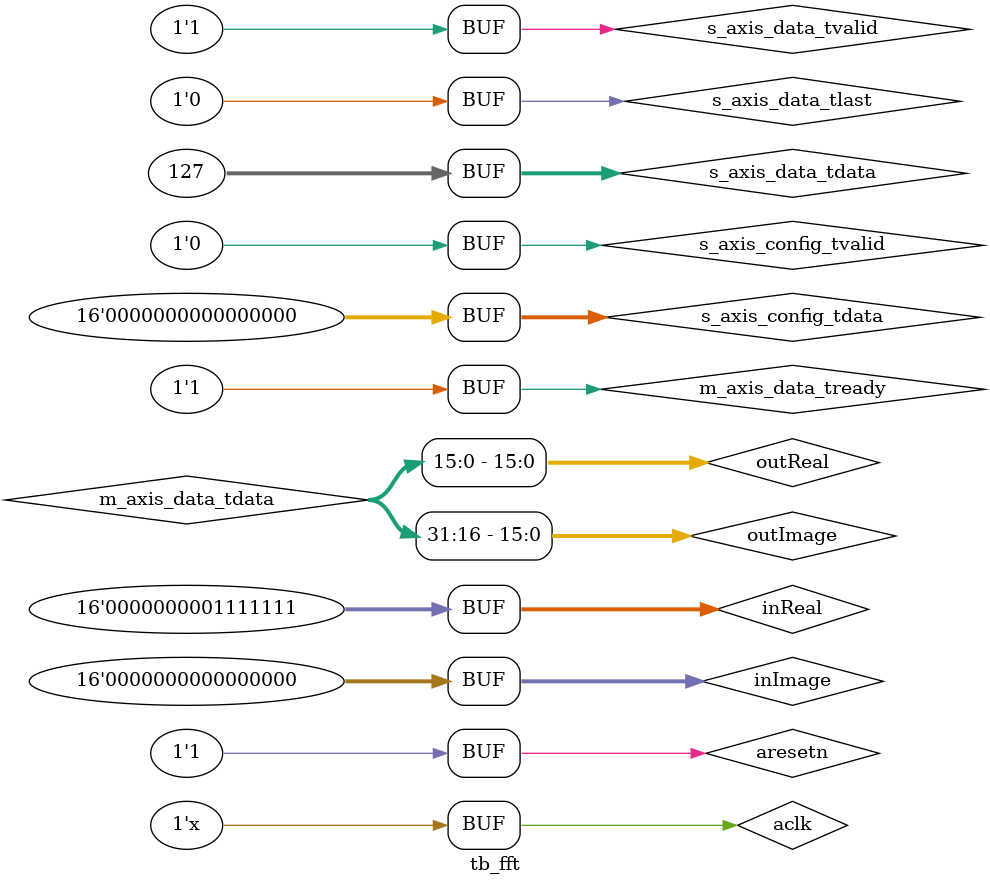
<source format=v>
`timescale 1ns / 1ps


module tb_fft;

	// Inputs
	reg aclk;
	reg aresetn;
	reg s_axis_config_tvalid;
	reg s_axis_data_tvalid;
	reg s_axis_data_tlast;
	reg m_axis_data_tready;
	reg [15:0] s_axis_config_tdata;
	reg [15:0] inImage;
	reg [15:0] inReal;
	wire [31:0] s_axis_data_tdata={inImage,inReal};

	// Outputs
	wire s_axis_config_tready;
	wire s_axis_data_tready;
	wire m_axis_data_tvalid;
	wire m_axis_data_tlast;
	wire event_frame_started;
	wire event_tlast_unexpected;
	wire event_tlast_missing;
	wire event_status_channel_halt;
	wire event_data_in_channel_halt;
	wire event_data_out_channel_halt;
	wire [31:0] m_axis_data_tdata;
	wire [15:0] outReal = m_axis_data_tdata[15:0];
	wire [15:0] outImage = m_axis_data_tdata[31:16];

	// Instantiate the Unit Under Test (UUT)
	fft_core uut (
		.aclk(aclk), 
		.aresetn(aresetn), 
		.s_axis_config_tvalid(s_axis_config_tvalid), 
		.s_axis_data_tvalid(s_axis_data_tvalid), 
		.s_axis_data_tlast(s_axis_data_tlast), 
		.m_axis_data_tready(m_axis_data_tready), 
		.s_axis_config_tready(s_axis_config_tready), 
		.s_axis_data_tready(s_axis_data_tready), 
		.m_axis_data_tvalid(m_axis_data_tvalid), 
		.m_axis_data_tlast(m_axis_data_tlast), 
		.event_frame_started(event_frame_started), 
		.event_tlast_unexpected(event_tlast_unexpected), 
		.event_tlast_missing(event_tlast_missing), 
		.event_status_channel_halt(event_status_channel_halt), 
		.event_data_in_channel_halt(event_data_in_channel_halt), 
		.event_data_out_channel_halt(event_data_out_channel_halt), 
		.s_axis_config_tdata(s_axis_config_tdata), 
		.s_axis_data_tdata(s_axis_data_tdata), 
		.m_axis_data_tdata(m_axis_data_tdata)
	);

	initial begin
		// Initialize Inputs
		aclk = 0;
		aresetn = 0;
		s_axis_config_tvalid = 0;
		s_axis_data_tvalid = 0;
		s_axis_data_tlast = 0;
		m_axis_data_tready = 0;
		s_axis_config_tdata = 0;
		inReal = 0;
		inImage = 0;
		// Wait 100 ns for global reset to finish
		#100;
        
		// Add stimulus here
		aresetn = 1;
		s_axis_data_tvalid = 1;
		m_axis_data_tready = 1;
#1 inReal=128;
#1 inReal=127;
#1 inReal=127;
#1 inReal=126;
#1 inReal=125;
#1 inReal=124;
#1 inReal=122;
#1 inReal=120;
#1 inReal=118;
#1 inReal=115;
#1 inReal=112;
#1 inReal=109;
#1 inReal=106;
#1 inReal=102;
#1 inReal=98;
#1 inReal=94;
#1 inReal=90;
#1 inReal=85;
#1 inReal=81;
#1 inReal=76;
#1 inReal=71;
#1 inReal=65;
#1 inReal=60;
#1 inReal=54;
#1 inReal=48;
#1 inReal=43;
#1 inReal=37;
#1 inReal=31;
#1 inReal=24;
#1 inReal=18;
#1 inReal=12;
#1 inReal=6;
#1 inReal=0;
#1 inReal=-6;
#1 inReal=-12;
#1 inReal=-18;
#1 inReal=-24;
#1 inReal=-31;
#1 inReal=-37;
#1 inReal=-43;
#1 inReal=-48;
#1 inReal=-54;
#1 inReal=-60;
#1 inReal=-65;
#1 inReal=-71;
#1 inReal=-76;
#1 inReal=-81;
#1 inReal=-85;
#1 inReal=-90;
#1 inReal=-94;
#1 inReal=-98;
#1 inReal=-102;
#1 inReal=-106;
#1 inReal=-109;
#1 inReal=-112;
#1 inReal=-115;
#1 inReal=-118;
#1 inReal=-120;
#1 inReal=-122;
#1 inReal=-124;
#1 inReal=-125;
#1 inReal=-126;
#1 inReal=-127;
#1 inReal=-127;
#1 inReal=-127;
#1 inReal=-127;
#1 inReal=-127;
#1 inReal=-126;
#1 inReal=-125;
#1 inReal=-124;
#1 inReal=-122;
#1 inReal=-120;
#1 inReal=-118;
#1 inReal=-115;
#1 inReal=-112;
#1 inReal=-109;
#1 inReal=-106;
#1 inReal=-102;
#1 inReal=-98;
#1 inReal=-94;
#1 inReal=-90;
#1 inReal=-85;
#1 inReal=-81;
#1 inReal=-76;
#1 inReal=-71;
#1 inReal=-65;
#1 inReal=-60;
#1 inReal=-54;
#1 inReal=-48;
#1 inReal=-43;
#1 inReal=-37;
#1 inReal=-31;
#1 inReal=-24;
#1 inReal=-18;
#1 inReal=-12;
#1 inReal=-6;
#1 inReal=0;
#1 inReal=6;
#1 inReal=12;
#1 inReal=18;
#1 inReal=24;
#1 inReal=31;
#1 inReal=37;
#1 inReal=43;
#1 inReal=48;
#1 inReal=54;
#1 inReal=60;
#1 inReal=65;
#1 inReal=71;
#1 inReal=76;
#1 inReal=81;
#1 inReal=85;
#1 inReal=90;
#1 inReal=94;
#1 inReal=98;
#1 inReal=102;
#1 inReal=106;
#1 inReal=109;
#1 inReal=112;
#1 inReal=115;
#1 inReal=118;
#1 inReal=120;
#1 inReal=122;
#1 inReal=124;
#1 inReal=125;
#1 inReal=126;
#1 inReal=127;
#1 inReal=127;
	end
	always #1 aclk = ~ aclk;
	
	always @(posedge aclk) begin
		$display("%d \t outReal\t %d \t outImage\t %d",$time, outReal,outImage);
	end
      
endmodule


</source>
